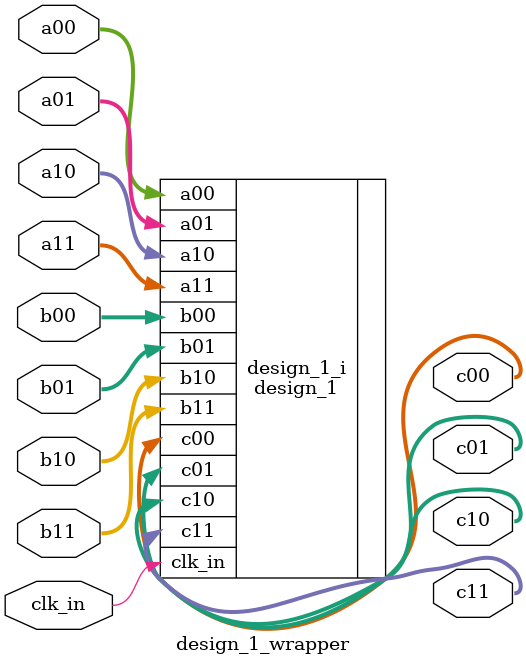
<source format=v>
`timescale 1 ps / 1 ps

module design_1_wrapper
   (a00,
    a01,
    a10,
    a11,
    b00,
    b01,
    b10,
    b11,
    c00,
    c01,
    c10,
    c11,
    clk_in);
  input [31:0]a00;
  input [31:0]a01;
  input [31:0]a10;
  input [31:0]a11;
  input [31:0]b00;
  input [31:0]b01;
  input [31:0]b10;
  input [31:0]b11;
  output [31:0]c00;
  output [31:0]c01;
  output [31:0]c10;
  output [31:0]c11;
  input clk_in;

  wire [31:0]a00;
  wire [31:0]a01;
  wire [31:0]a10;
  wire [31:0]a11;
  wire [31:0]b00;
  wire [31:0]b01;
  wire [31:0]b10;
  wire [31:0]b11;
  wire [31:0]c00;
  wire [31:0]c01;
  wire [31:0]c10;
  wire [31:0]c11;
  wire clk_in;

  design_1 design_1_i
       (.a00(a00),
        .a01(a01),
        .a10(a10),
        .a11(a11),
        .b00(b00),
        .b01(b01),
        .b10(b10),
        .b11(b11),
        .c00(c00),
        .c01(c01),
        .c10(c10),
        .c11(c11),
        .clk_in(clk_in));
endmodule

</source>
